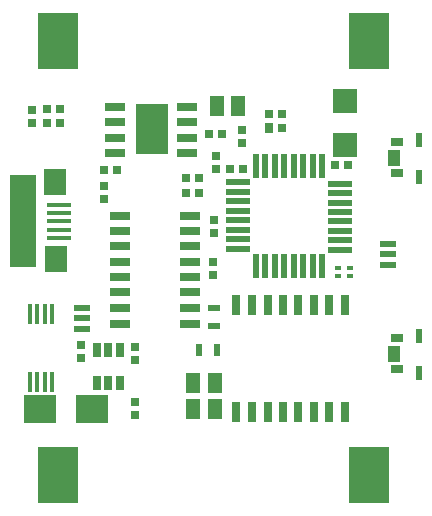
<source format=gbr>
%FSLAX34Y34*%
%MOMM*%
%LNSMDMASK_TOP*%
G71*
G01*
%ADD10R, 2.10X0.40*%
%ADD11R, 1.90X2.30*%
%ADD12R, 2.20X7.80*%
%ADD13R, 0.50X2.00*%
%ADD14R, 2.00X0.50*%
%ADD15R, 1.40X0.50*%
%ADD16R, 0.60X0.40*%
%ADD17R, 2.70X2.40*%
%ADD18R, 0.40X1.80*%
%ADD19R, 0.70X1.20*%
%ADD20R, 0.80X0.70*%
%ADD21R, 1.80X0.70*%
%ADD22R, 1.10X0.60*%
%ADD23R, 0.60X1.10*%
%ADD24R, 0.70X0.80*%
%ADD25R, 2.70X4.30*%
%ADD26R, 1.30X1.80*%
%ADD27R, 3.50X4.80*%
%ADD28R, 2.00X2.00*%
%ADD29R, 0.70X1.80*%
%ADD30R, 1.10X1.40*%
%ADD31R, 1.00X0.70*%
%ADD32R, 0.50X1.20*%
%LPD*%
X54000Y830000D02*
G54D10*
D03*
X54000Y823000D02*
G54D10*
D03*
X54000Y816000D02*
G54D10*
D03*
X54000Y802000D02*
G54D10*
D03*
X54000Y809000D02*
G54D10*
D03*
X51000Y849000D02*
G54D11*
D03*
X52000Y784000D02*
G54D11*
D03*
X24000Y816000D02*
G54D12*
D03*
X221000Y863000D02*
G54D13*
D03*
X229000Y863000D02*
G54D13*
D03*
X237000Y863000D02*
G54D13*
D03*
X245000Y863000D02*
G54D13*
D03*
X253000Y863000D02*
G54D13*
D03*
X261000Y863000D02*
G54D13*
D03*
X269000Y863000D02*
G54D13*
D03*
X277000Y863000D02*
G54D13*
D03*
X221000Y778000D02*
G54D13*
D03*
X229000Y778000D02*
G54D13*
D03*
X237000Y778000D02*
G54D13*
D03*
X245000Y778000D02*
G54D13*
D03*
X253000Y778000D02*
G54D13*
D03*
X261000Y778000D02*
G54D13*
D03*
X269000Y778000D02*
G54D13*
D03*
X277000Y778000D02*
G54D13*
D03*
X292000Y848000D02*
G54D14*
D03*
X292000Y840000D02*
G54D14*
D03*
X292000Y832000D02*
G54D14*
D03*
X292000Y824000D02*
G54D14*
D03*
X292000Y816000D02*
G54D14*
D03*
X292000Y808000D02*
G54D14*
D03*
X292000Y800000D02*
G54D14*
D03*
X292000Y792000D02*
G54D14*
D03*
X206000Y849000D02*
G54D14*
D03*
X206000Y841000D02*
G54D14*
D03*
X206000Y833000D02*
G54D14*
D03*
X206000Y825000D02*
G54D14*
D03*
X206000Y817000D02*
G54D14*
D03*
X206000Y809000D02*
G54D14*
D03*
X206000Y801000D02*
G54D14*
D03*
X206000Y793000D02*
G54D14*
D03*
X333000Y797000D02*
G54D15*
D03*
X333000Y788000D02*
G54D15*
D03*
X333000Y779000D02*
G54D15*
D03*
X290500Y776500D02*
G54D16*
D03*
X290500Y769500D02*
G54D16*
D03*
X300500Y776500D02*
G54D16*
D03*
X300500Y769500D02*
G54D16*
D03*
X38000Y657000D02*
G54D17*
D03*
X82000Y657000D02*
G54D17*
D03*
X48000Y738000D02*
G54D18*
D03*
X42000Y738000D02*
G54D18*
D03*
X36000Y738000D02*
G54D18*
D03*
X30000Y738000D02*
G54D18*
D03*
X48000Y680000D02*
G54D18*
D03*
X42000Y680000D02*
G54D18*
D03*
X36000Y680000D02*
G54D18*
D03*
X30000Y680000D02*
G54D18*
D03*
X86000Y679000D02*
G54D19*
D03*
X96000Y679000D02*
G54D19*
D03*
X106000Y679000D02*
G54D19*
D03*
X86000Y707000D02*
G54D19*
D03*
X96000Y707000D02*
G54D19*
D03*
X106000Y707000D02*
G54D19*
D03*
X118500Y663500D02*
G54D20*
D03*
X118500Y652500D02*
G54D20*
D03*
X72500Y711500D02*
G54D20*
D03*
X72500Y700500D02*
G54D20*
D03*
X106000Y821000D02*
G54D21*
D03*
X106000Y808000D02*
G54D21*
D03*
X106000Y795000D02*
G54D21*
D03*
X106000Y782000D02*
G54D21*
D03*
X106000Y769000D02*
G54D21*
D03*
X106000Y756000D02*
G54D21*
D03*
X106000Y743000D02*
G54D21*
D03*
X106000Y729000D02*
G54D21*
D03*
X165000Y821000D02*
G54D21*
D03*
X165000Y808000D02*
G54D21*
D03*
X165000Y795000D02*
G54D21*
D03*
X165000Y782000D02*
G54D21*
D03*
X165000Y769000D02*
G54D21*
D03*
X165000Y756000D02*
G54D21*
D03*
X165000Y743000D02*
G54D21*
D03*
X165000Y729000D02*
G54D21*
D03*
X74000Y743000D02*
G54D15*
D03*
X74000Y734000D02*
G54D15*
D03*
X74000Y725000D02*
G54D15*
D03*
X185500Y742500D02*
G54D22*
D03*
X185500Y727500D02*
G54D22*
D03*
X173000Y707000D02*
G54D23*
D03*
X188000Y707000D02*
G54D23*
D03*
X184595Y782000D02*
G54D20*
D03*
X184595Y771000D02*
G54D20*
D03*
X192000Y890000D02*
G54D24*
D03*
X181000Y890000D02*
G54D24*
D03*
X102000Y913000D02*
G54D21*
D03*
X102000Y900000D02*
G54D21*
D03*
X102000Y887000D02*
G54D21*
D03*
X102000Y874000D02*
G54D21*
D03*
X163000Y913000D02*
G54D21*
D03*
X163000Y900000D02*
G54D21*
D03*
X163000Y887000D02*
G54D21*
D03*
X163000Y874000D02*
G54D21*
D03*
X133000Y894000D02*
G54D25*
D03*
X188000Y914000D02*
G54D26*
D03*
X206000Y914000D02*
G54D26*
D03*
X55000Y911000D02*
G54D24*
D03*
X44000Y911000D02*
G54D24*
D03*
X55000Y899000D02*
G54D24*
D03*
X44000Y899000D02*
G54D24*
D03*
X31500Y910500D02*
G54D20*
D03*
X31500Y899500D02*
G54D20*
D03*
X118500Y709500D02*
G54D20*
D03*
X118500Y698500D02*
G54D20*
D03*
X53000Y969000D02*
G54D27*
D03*
X317000Y969000D02*
G54D27*
D03*
X317000Y601000D02*
G54D27*
D03*
X53000Y601000D02*
G54D27*
D03*
X185500Y817500D02*
G54D20*
D03*
X185500Y806500D02*
G54D20*
D03*
X92437Y846158D02*
G54D20*
D03*
X92437Y835158D02*
G54D20*
D03*
X102938Y859658D02*
G54D24*
D03*
X91938Y859658D02*
G54D24*
D03*
X243000Y907000D02*
G54D24*
D03*
X232000Y907000D02*
G54D24*
D03*
X187000Y860000D02*
G54D20*
D03*
X187000Y871000D02*
G54D20*
D03*
X199000Y860000D02*
G54D24*
D03*
X210000Y860000D02*
G54D24*
D03*
X299000Y864000D02*
G54D24*
D03*
X288000Y864000D02*
G54D24*
D03*
X296000Y881000D02*
G54D28*
D03*
X296000Y918000D02*
G54D28*
D03*
X296000Y745000D02*
G54D29*
D03*
X283000Y745000D02*
G54D29*
D03*
X270000Y745000D02*
G54D29*
D03*
X257000Y745000D02*
G54D29*
D03*
X244000Y745000D02*
G54D29*
D03*
X231000Y745000D02*
G54D29*
D03*
X218000Y745000D02*
G54D29*
D03*
X204000Y745000D02*
G54D29*
D03*
X296000Y655000D02*
G54D29*
D03*
X283000Y655000D02*
G54D29*
D03*
X270000Y655000D02*
G54D29*
D03*
X257000Y655000D02*
G54D29*
D03*
X244000Y655000D02*
G54D29*
D03*
X231000Y655000D02*
G54D29*
D03*
X218000Y655000D02*
G54D29*
D03*
X204000Y655000D02*
G54D29*
D03*
X168000Y679000D02*
G54D26*
D03*
X186000Y679000D02*
G54D26*
D03*
X168000Y657000D02*
G54D26*
D03*
X186000Y657000D02*
G54D26*
D03*
X338000Y870000D02*
G54D30*
D03*
X340000Y883000D02*
G54D31*
D03*
X340000Y857000D02*
G54D31*
D03*
X359000Y885000D02*
G54D32*
D03*
X359000Y854000D02*
G54D32*
D03*
X338000Y704000D02*
G54D30*
D03*
X340000Y717000D02*
G54D31*
D03*
X340000Y691000D02*
G54D31*
D03*
X359000Y719000D02*
G54D32*
D03*
X359000Y688000D02*
G54D32*
D03*
X209000Y882000D02*
G54D20*
D03*
X209000Y893000D02*
G54D20*
D03*
G36*
X228500Y899000D02*
X235500Y899000D01*
X235500Y891000D01*
X228500Y891000D01*
X228500Y899000D01*
G37*
X243000Y895000D02*
G54D24*
D03*
X162000Y840000D02*
G54D24*
D03*
X173000Y840000D02*
G54D24*
D03*
X162000Y853000D02*
G54D24*
D03*
X173000Y853000D02*
G54D24*
D03*
M02*

</source>
